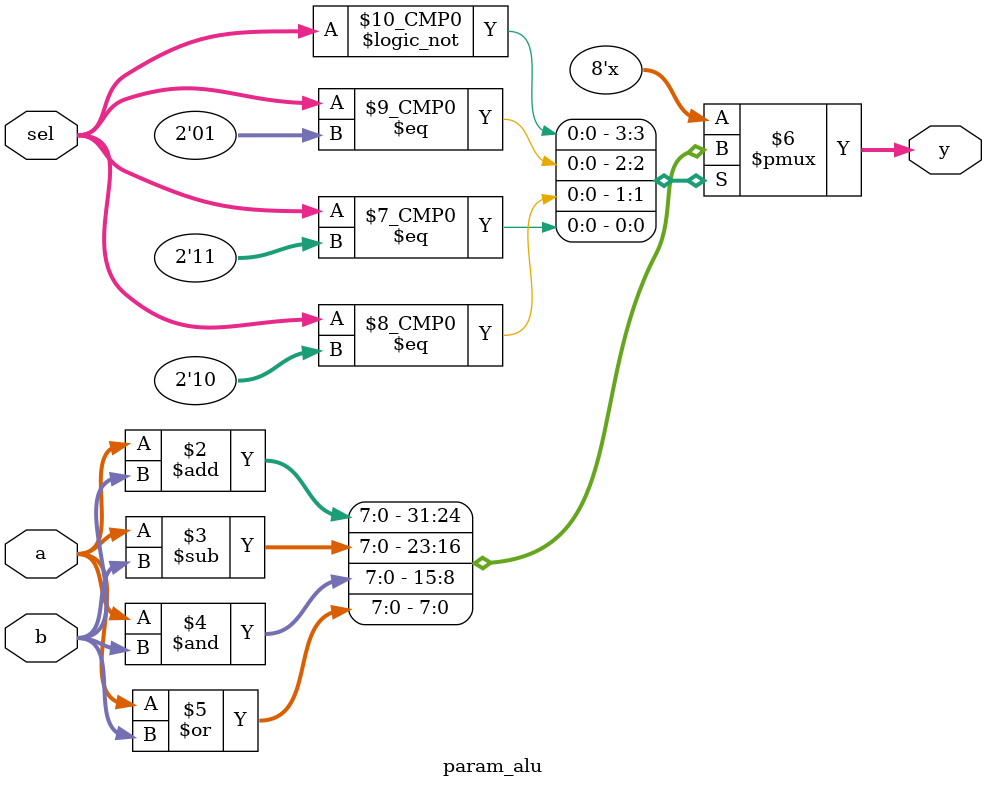
<source format=sv>
module param_alu #(parameter WIDTH=8) (input logic [WIDTH-1:0] a,
                                 input logic [WIDTH-1:0] b,
                                 input logic [1:0] sel,
                                 output logic [WIDTH-1:0] y);
  always_comb begin
    y='0;
    case(sel)
      2'b00: y=a+b;  // ADD
      2'b01: y=a-b;  // SUBTRACT
      2'b10: y=a&b;  // AND
      2'b11: y=a|b;  // OR
      default: y='0;
    endcase
  end
endmodule
</source>
